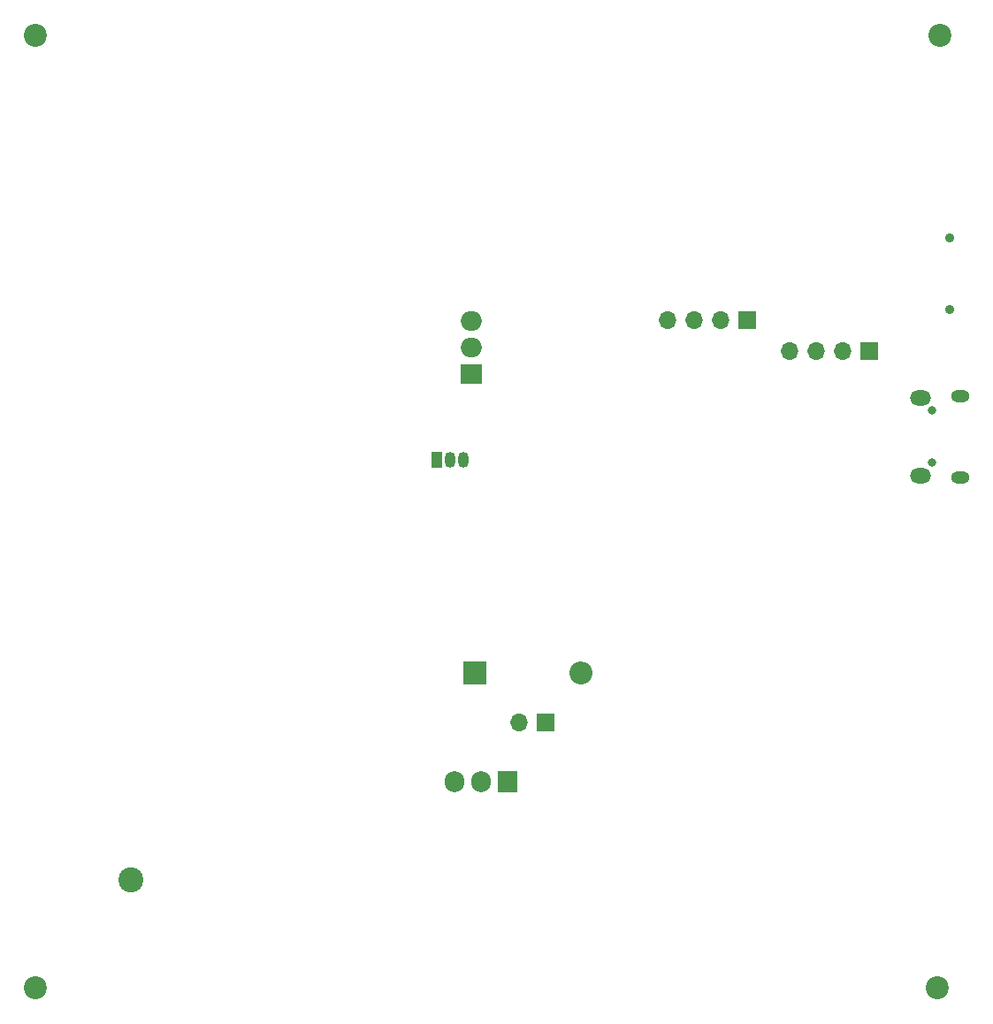
<source format=gbr>
%TF.GenerationSoftware,KiCad,Pcbnew,8.0.8*%
%TF.CreationDate,2025-03-16T20:58:14+11:00*%
%TF.ProjectId,STM32BMS,53544d33-3242-44d5-932e-6b696361645f,rev?*%
%TF.SameCoordinates,Original*%
%TF.FileFunction,Soldermask,Bot*%
%TF.FilePolarity,Negative*%
%FSLAX46Y46*%
G04 Gerber Fmt 4.6, Leading zero omitted, Abs format (unit mm)*
G04 Created by KiCad (PCBNEW 8.0.8) date 2025-03-16 20:58:14*
%MOMM*%
%LPD*%
G01*
G04 APERTURE LIST*
%ADD10R,2.200000X2.200000*%
%ADD11O,2.200000X2.200000*%
%ADD12R,1.050000X1.500000*%
%ADD13O,1.050000X1.500000*%
%ADD14O,0.800000X0.800000*%
%ADD15O,1.800000X1.150000*%
%ADD16O,2.000000X1.450000*%
%ADD17R,1.905000X2.000000*%
%ADD18O,1.905000X2.000000*%
%ADD19R,2.000000X1.905000*%
%ADD20O,2.000000X1.905000*%
%ADD21C,2.200000*%
%ADD22C,2.400000*%
%ADD23C,0.900000*%
%ADD24R,1.700000X1.700000*%
%ADD25O,1.700000X1.700000*%
G04 APERTURE END LIST*
D10*
%TO.C,D2*%
X112920000Y-126200000D03*
D11*
X123080000Y-126200000D03*
%TD*%
D12*
%TO.C,U4*%
X109260000Y-105800000D03*
D13*
X110530000Y-105800000D03*
X111800000Y-105800000D03*
%TD*%
D14*
%TO.C,J1*%
X156645000Y-106105000D03*
X156645000Y-101105000D03*
D15*
X159395000Y-107480000D03*
D16*
X155595000Y-107330000D03*
X155595000Y-99880000D03*
D15*
X159395000Y-99730000D03*
%TD*%
D17*
%TO.C,Q3*%
X116000000Y-136600000D03*
D18*
X113460000Y-136600000D03*
X110920000Y-136600000D03*
%TD*%
D19*
%TO.C,Q1*%
X112600000Y-97600000D03*
D20*
X112600000Y-95060000D03*
X112600000Y-92520000D03*
%TD*%
D21*
%TO.C,H4*%
X157400000Y-65200000D03*
%TD*%
%TO.C,H3*%
X157200000Y-156400000D03*
%TD*%
D22*
%TO.C,BT1*%
X80000000Y-146039900D03*
%TD*%
D23*
%TO.C,SW1*%
X158400000Y-91400000D03*
X158400000Y-84600000D03*
%TD*%
D24*
%TO.C,J4*%
X119675000Y-131000000D03*
D25*
X117135000Y-131000000D03*
%TD*%
D24*
%TO.C,J2*%
X150620000Y-95400000D03*
D25*
X148080000Y-95400000D03*
X145540000Y-95400000D03*
X143000000Y-95400000D03*
%TD*%
D24*
%TO.C,J3*%
X139000000Y-92400000D03*
D25*
X136460000Y-92400000D03*
X133920000Y-92400000D03*
X131380000Y-92400000D03*
%TD*%
D21*
%TO.C,H1*%
X70800000Y-156400000D03*
%TD*%
%TO.C,H2*%
X70800000Y-65200000D03*
%TD*%
M02*

</source>
